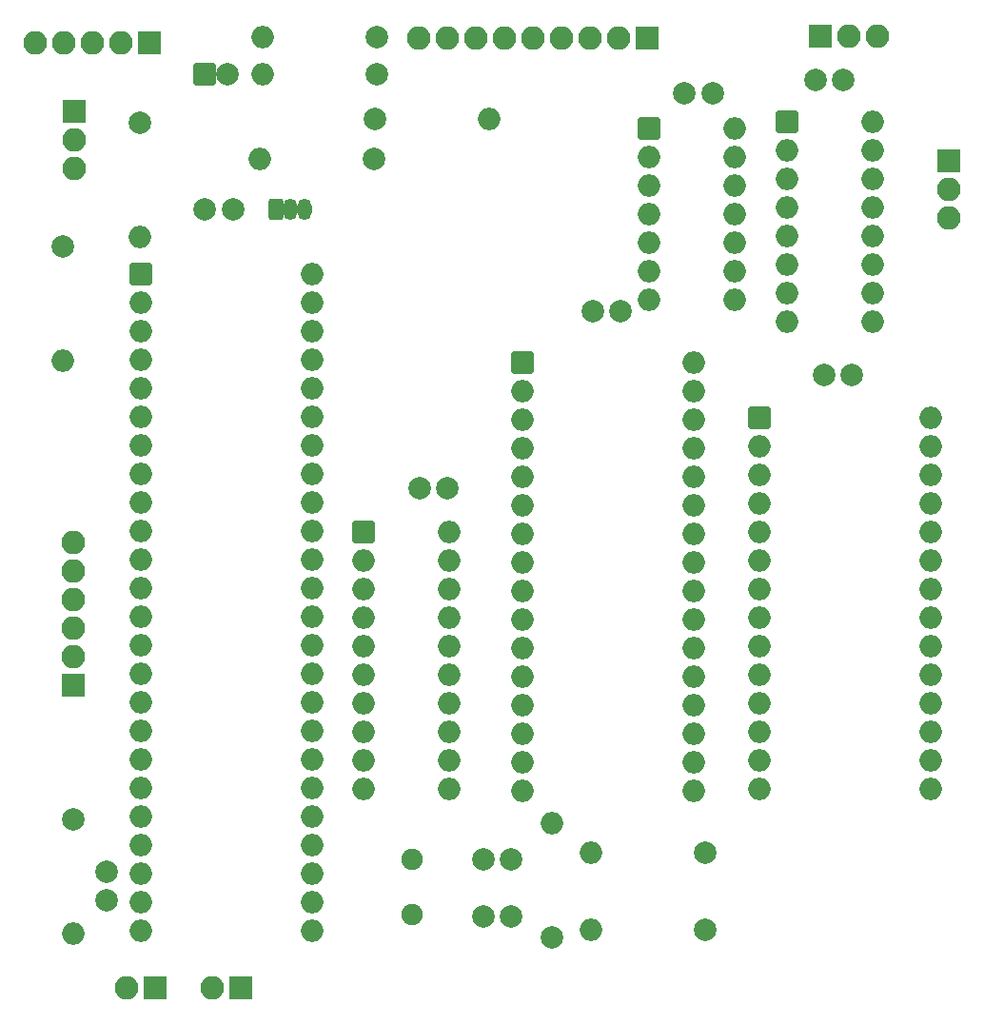
<source format=gbs>
G04 #@! TF.GenerationSoftware,KiCad,Pcbnew,6.0.11-3.fc36*
G04 #@! TF.CreationDate,2023-03-05T15:34:22+00:00*
G04 #@! TF.ProjectId,68hc11,36386863-3131-42e6-9b69-6361645f7063,rev?*
G04 #@! TF.SameCoordinates,Original*
G04 #@! TF.FileFunction,Soldermask,Bot*
G04 #@! TF.FilePolarity,Negative*
%FSLAX46Y46*%
G04 Gerber Fmt 4.6, Leading zero omitted, Abs format (unit mm)*
G04 Created by KiCad (PCBNEW 6.0.11-3.fc36) date 2023-03-05 15:34:22*
%MOMM*%
%LPD*%
G01*
G04 APERTURE LIST*
G04 Aperture macros list*
%AMRoundRect*
0 Rectangle with rounded corners*
0 $1 Rounding radius*
0 $2 $3 $4 $5 $6 $7 $8 $9 X,Y pos of 4 corners*
0 Add a 4 corners polygon primitive as box body*
4,1,4,$2,$3,$4,$5,$6,$7,$8,$9,$2,$3,0*
0 Add four circle primitives for the rounded corners*
1,1,$1+$1,$2,$3*
1,1,$1+$1,$4,$5*
1,1,$1+$1,$6,$7*
1,1,$1+$1,$8,$9*
0 Add four rect primitives between the rounded corners*
20,1,$1+$1,$2,$3,$4,$5,0*
20,1,$1+$1,$4,$5,$6,$7,0*
20,1,$1+$1,$6,$7,$8,$9,0*
20,1,$1+$1,$8,$9,$2,$3,0*%
G04 Aperture macros list end*
%ADD10C,2.000000*%
%ADD11O,2.000000X2.000000*%
%ADD12RoundRect,0.200000X-0.800000X-0.800000X0.800000X-0.800000X0.800000X0.800000X-0.800000X0.800000X0*%
%ADD13O,1.300000X1.900000*%
%ADD14RoundRect,0.200000X0.450000X0.750000X-0.450000X0.750000X-0.450000X-0.750000X0.450000X-0.750000X0*%
%ADD15C,1.900000*%
%ADD16RoundRect,0.200000X0.850000X-0.850000X0.850000X0.850000X-0.850000X0.850000X-0.850000X-0.850000X0*%
%ADD17O,2.100000X2.100000*%
%ADD18RoundRect,0.200000X-0.850000X0.850000X-0.850000X-0.850000X0.850000X-0.850000X0.850000X0.850000X0*%
%ADD19RoundRect,0.200000X-0.850000X-0.850000X0.850000X-0.850000X0.850000X0.850000X-0.850000X0.850000X0*%
%ADD20RoundRect,0.200000X0.850000X0.850000X-0.850000X0.850000X-0.850000X-0.850000X0.850000X-0.850000X0*%
G04 APERTURE END LIST*
D10*
X104850000Y-109900000D03*
D11*
X94690000Y-109900000D03*
D12*
X112100360Y-44912280D03*
D11*
X119720360Y-62692280D03*
X112100360Y-47452280D03*
X119720360Y-60152280D03*
X112100360Y-49992280D03*
X119720360Y-57612280D03*
X112100360Y-52532280D03*
X119720360Y-55072280D03*
X112100360Y-55072280D03*
X119720360Y-52532280D03*
X112100360Y-57612280D03*
X119720360Y-49992280D03*
X112100360Y-60152280D03*
X119720360Y-47452280D03*
X112100360Y-62692280D03*
X119720360Y-44912280D03*
D12*
X74432160Y-81346040D03*
D11*
X82052160Y-104206040D03*
X74432160Y-83886040D03*
X82052160Y-101666040D03*
X74432160Y-86426040D03*
X82052160Y-99126040D03*
X74432160Y-88966040D03*
X82052160Y-96586040D03*
X74432160Y-91506040D03*
X82052160Y-94046040D03*
X74432160Y-94046040D03*
X82052160Y-91506040D03*
X74432160Y-96586040D03*
X82052160Y-88966040D03*
X74432160Y-99126040D03*
X82052160Y-86426040D03*
X74432160Y-101666040D03*
X82052160Y-83886040D03*
X74432160Y-104206040D03*
X82052160Y-81346040D03*
D12*
X54610000Y-58420000D03*
D11*
X69850000Y-116840000D03*
X54610000Y-60960000D03*
X69850000Y-114300000D03*
X54610000Y-63500000D03*
X69850000Y-111760000D03*
X54610000Y-66040000D03*
X69850000Y-109220000D03*
X54610000Y-68580000D03*
X69850000Y-106680000D03*
X54610000Y-71120000D03*
X69850000Y-104140000D03*
X54610000Y-73660000D03*
X69850000Y-101600000D03*
X54610000Y-76200000D03*
X69850000Y-99060000D03*
X54610000Y-78740000D03*
X69850000Y-96520000D03*
X54610000Y-81280000D03*
X69850000Y-93980000D03*
X54610000Y-83820000D03*
X69850000Y-91440000D03*
X54610000Y-86360000D03*
X69850000Y-88900000D03*
X54610000Y-88900000D03*
X69850000Y-86360000D03*
X54610000Y-91440000D03*
X69850000Y-83820000D03*
X54610000Y-93980000D03*
X69850000Y-81280000D03*
X54610000Y-96520000D03*
X69850000Y-78740000D03*
X54610000Y-99060000D03*
X69850000Y-76200000D03*
X54610000Y-101600000D03*
X69850000Y-73660000D03*
X54610000Y-104140000D03*
X69850000Y-71120000D03*
X54610000Y-106680000D03*
X69850000Y-68580000D03*
X54610000Y-109220000D03*
X69850000Y-66040000D03*
X54610000Y-111760000D03*
X69850000Y-63500000D03*
X54610000Y-114300000D03*
X69850000Y-60960000D03*
X54610000Y-116840000D03*
X69850000Y-58420000D03*
D10*
X97317560Y-61706760D03*
X94817560Y-61706760D03*
X54500000Y-45000000D03*
D11*
X54500000Y-55160000D03*
D12*
X109621320Y-71231760D03*
D11*
X124861320Y-104251760D03*
X109621320Y-73771760D03*
X124861320Y-101711760D03*
X109621320Y-76311760D03*
X124861320Y-99171760D03*
X109621320Y-78851760D03*
X124861320Y-96631760D03*
X109621320Y-81391760D03*
X124861320Y-94091760D03*
X109621320Y-83931760D03*
X124861320Y-91551760D03*
X109621320Y-86471760D03*
X124861320Y-89011760D03*
X109621320Y-89011760D03*
X124861320Y-86471760D03*
X109621320Y-91551760D03*
X124861320Y-83931760D03*
X109621320Y-94091760D03*
X124861320Y-81391760D03*
X109621320Y-96631760D03*
X124861320Y-78851760D03*
X109621320Y-99171760D03*
X124861320Y-76311760D03*
X109621320Y-101711760D03*
X124861320Y-73771760D03*
X109621320Y-104251760D03*
X124861320Y-71231760D03*
D12*
X60325000Y-40640000D03*
D10*
X62325000Y-40640000D03*
X104850000Y-116750000D03*
D11*
X94690000Y-116750000D03*
D10*
X48600000Y-106900000D03*
D11*
X48600000Y-117060000D03*
D10*
X75332040Y-48158120D03*
D11*
X65172040Y-48158120D03*
D10*
X75438720Y-44652920D03*
D11*
X85598720Y-44652920D03*
D10*
X75616520Y-37368200D03*
D11*
X65456520Y-37368200D03*
D10*
X75616520Y-40670200D03*
D11*
X65456520Y-40670200D03*
D10*
X47640240Y-56007000D03*
D11*
X47640240Y-66167000D03*
D10*
X91200000Y-117400000D03*
D11*
X91200000Y-107240000D03*
D12*
X88569800Y-66278760D03*
D11*
X103809800Y-104378760D03*
X88569800Y-68818760D03*
X103809800Y-101838760D03*
X88569800Y-71358760D03*
X103809800Y-99298760D03*
X88569800Y-73898760D03*
X103809800Y-96758760D03*
X88569800Y-76438760D03*
X103809800Y-94218760D03*
X88569800Y-78978760D03*
X103809800Y-91678760D03*
X88569800Y-81518760D03*
X103809800Y-89138760D03*
X88569800Y-84058760D03*
X103809800Y-86598760D03*
X88569800Y-86598760D03*
X103809800Y-84058760D03*
X88569800Y-89138760D03*
X103809800Y-81518760D03*
X88569800Y-91678760D03*
X103809800Y-78978760D03*
X88569800Y-94218760D03*
X103809800Y-76438760D03*
X88569800Y-96758760D03*
X103809800Y-73898760D03*
X88569800Y-99298760D03*
X103809800Y-71358760D03*
X88569800Y-101838760D03*
X103809800Y-68818760D03*
X88569800Y-104378760D03*
X103809800Y-66278760D03*
D13*
X67945000Y-52705000D03*
X69215000Y-52705000D03*
D14*
X66675000Y-52705000D03*
D15*
X78740000Y-110490000D03*
X78740000Y-115370000D03*
D16*
X115067080Y-37256720D03*
D17*
X117607080Y-37256720D03*
X120147080Y-37256720D03*
D18*
X99700000Y-37400000D03*
D17*
X97160000Y-37400000D03*
X94620000Y-37400000D03*
X92080000Y-37400000D03*
X89540000Y-37400000D03*
X87000000Y-37400000D03*
X84460000Y-37400000D03*
X81920000Y-37400000D03*
X79380000Y-37400000D03*
X48676560Y-49047400D03*
X48676560Y-46507400D03*
D19*
X48676560Y-43967400D03*
D17*
X60960000Y-121920000D03*
D18*
X63500000Y-121920000D03*
X55880000Y-121920000D03*
D17*
X53340000Y-121920000D03*
D19*
X126507240Y-48351440D03*
D17*
X126507240Y-50891440D03*
X126507240Y-53431440D03*
D18*
X55382160Y-37840920D03*
D17*
X52842160Y-37840920D03*
X50302160Y-37840920D03*
X47762160Y-37840920D03*
X45222160Y-37840920D03*
D20*
X48580040Y-94960440D03*
D17*
X48580040Y-92420440D03*
X48580040Y-89880440D03*
X48580040Y-87340440D03*
X48580040Y-84800440D03*
X48580040Y-82260440D03*
D10*
X114619400Y-41163240D03*
X117119400Y-41163240D03*
X81915000Y-77470000D03*
X79415000Y-77470000D03*
X117892200Y-67431920D03*
X115392200Y-67431920D03*
X60325000Y-52705000D03*
X62825000Y-52705000D03*
X51550000Y-111600000D03*
X51550000Y-114100000D03*
X85090000Y-115570000D03*
X87590000Y-115570000D03*
X87590000Y-110490000D03*
X85090000Y-110490000D03*
X105500000Y-42350000D03*
X103000000Y-42350000D03*
D12*
X99800000Y-45500000D03*
D11*
X107420000Y-60740000D03*
X99800000Y-48040000D03*
X107420000Y-58200000D03*
X99800000Y-50580000D03*
X107420000Y-55660000D03*
X99800000Y-53120000D03*
X107420000Y-53120000D03*
X99800000Y-55660000D03*
X107420000Y-50580000D03*
X99800000Y-58200000D03*
X107420000Y-48040000D03*
X99800000Y-60740000D03*
X107420000Y-45500000D03*
M02*

</source>
